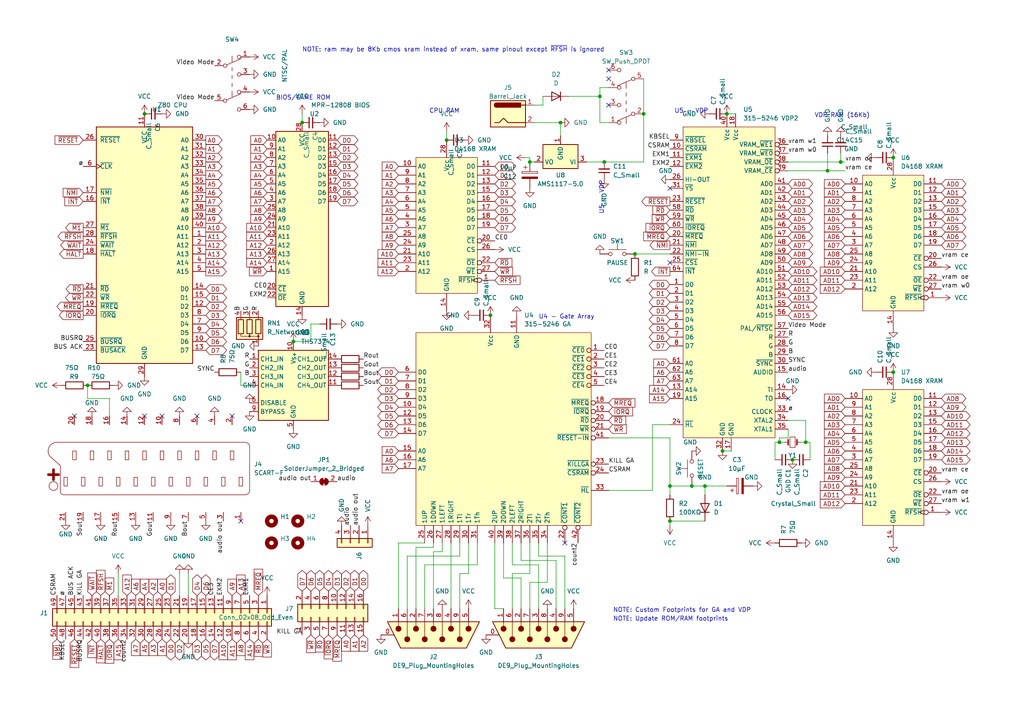
<source format=kicad_sch>
(kicad_sch (version 20230121) (generator eeschema)
  (paper "A4")
  (title_block (title "Master System II Replacement Motherboard") (rev "v0a"))
  (junction (at 226.06 128.27))
  (junction (at 87.63 35.56))
  (junction (at 85.09 99.06))
  (junction (at 243.84 46.99))
  (junction (at 210.82 33.02))
  (junction (at 186.69 33.02))
  (junction (at 194.31 140.97))
  (junction (at 25.4 111.76))
  (junction (at 194.31 151.13))
  (junction (at 142.24 91.44))
  (junction (at 184.15 73.66))
  (junction (at 175.26 46.99))
  (junction (at 240.03 49.53))
  (junction (at 204.47 140.97))
  (junction (at 173.99 27.94))
  (junction (at 229.87 133.35))
  (junction (at 129.54 40.64))
  (junction (at 41.91 33.02))
  (junction (at 233.68 128.27))
  (junction (at 153.67 46.99))
  (junction (at 209.55 130.81))
  (junction (at 200.66 140.97))
  (junction (at 259.08 107.95))
  (junction (at 259.08 45.72))
  (junction (at 162.56 35.56))
  (no_connect (at 228.6 115.57))
  (no_connect (at 41.91 120.65))
  (no_connect (at 194.31 76.2))
  (no_connect (at 176.53 30.48))
  (no_connect (at 46.99 120.65))
  (no_connect (at 176.53 20.32))
  (no_connect (at 57.15 120.65))
  (no_connect (at 194.31 54.61))
  (no_connect (at 21.59 120.65))
  (no_connect (at 69.85 151.13))
  (no_connect (at 67.31 120.65))
  (no_connect (at 163.83 157.48))
  (no_connect (at 176.53 22.86))
  (wire (pts (xy 148.59 166.37) (xy 153.67 166.37)))
  (wire (pts (xy 233.68 128.27) (xy 232.41 128.27)))
  (wire (pts (xy 143.51 176.53) (xy 143.51 157.48)))
  (wire (pts (xy 245.11 49.53) (xy 240.03 49.53)))
  (wire (pts (xy 156.21 163.83) (xy 148.59 163.83)))
  (wire (pts (xy 90.17 93.98) (xy 90.17 99.06)))
  (wire (pts (xy 138.43 163.83) (xy 138.43 157.48)))
  (wire (pts (xy 189.23 123.19) (xy 194.31 123.19)))
  (wire (pts (xy 176.53 35.56) (xy 173.99 35.56)))
  (wire (pts (xy 156.21 157.48) (xy 156.21 161.29)))
  (wire (pts (xy 92.71 93.98) (xy 90.17 93.98)))
  (wire (pts (xy 184.15 73.66) (xy 194.31 73.66)))
  (wire (pts (xy 128.27 160.02) (xy 125.73 160.02)))
  (wire (pts (xy 156.21 161.29) (xy 163.83 161.29)))
  (wire (pts (xy 151.13 162.56) (xy 161.29 162.56)))
  (wire (pts (xy 189.23 142.24) (xy 176.53 142.24)))
  (wire (pts (xy 154.94 30.48) (xy 157.48 30.48)))
  (wire (pts (xy 135.89 157.48) (xy 135.89 166.37)))
  (wire (pts (xy 25.4 111.76) (xy 25.4 115.57)))
  (wire (pts (xy 163.83 176.53) (xy 163.83 161.29)))
  (wire (pts (xy 148.59 176.53) (xy 148.59 166.37)))
  (wire (pts (xy 228.6 121.92) (xy 233.68 121.92)))
  (wire (pts (xy 189.23 123.19) (xy 189.23 142.24)))
  (wire (pts (xy 125.73 157.48) (xy 125.73 158.75)))
  (wire (pts (xy 200.66 140.97) (xy 204.47 140.97)))
  (wire (pts (xy 34.29 166.37) (xy 34.29 172.72)))
  (wire (pts (xy 133.35 161.29) (xy 133.35 157.48)))
  (wire (pts (xy 54.61 166.37) (xy 54.61 172.72)))
  (wire (pts (xy 125.73 160.02) (xy 125.73 176.53)))
  (wire (pts (xy 234.95 133.35) (xy 234.95 128.27)))
  (wire (pts (xy 194.31 152.4) (xy 194.31 151.13)))
  (wire (pts (xy 118.11 176.53) (xy 118.11 161.29)))
  (wire (pts (xy 243.84 44.45) (xy 243.84 46.99)))
  (wire (pts (xy 161.29 162.56) (xy 161.29 176.53)))
  (wire (pts (xy 118.11 161.29) (xy 133.35 161.29)))
  (wire (pts (xy 152.4 45.72) (xy 153.67 45.72)))
  (wire (pts (xy 128.27 157.48) (xy 128.27 160.02)))
  (wire (pts (xy 173.99 27.94) (xy 173.99 35.56)))
  (wire (pts (xy 240.03 44.45) (xy 240.03 49.53)))
  (wire (pts (xy 153.67 166.37) (xy 153.67 157.48)))
  (wire (pts (xy 146.05 176.53) (xy 143.51 176.53)))
  (wire (pts (xy 186.69 46.99) (xy 186.69 33.02)))
  (wire (pts (xy 226.06 128.27) (xy 227.33 128.27)))
  (wire (pts (xy 125.73 158.75) (xy 120.65 158.75)))
  (wire (pts (xy 162.56 35.56) (xy 162.56 39.37)))
  (wire (pts (xy 156.21 176.53) (xy 156.21 163.83)))
  (wire (pts (xy 176.53 127) (xy 194.31 127)))
  (wire (pts (xy 234.95 128.27) (xy 233.68 128.27)))
  (wire (pts (xy 135.89 166.37) (xy 133.35 166.37)))
  (wire (pts (xy 210.82 33.02) (xy 213.36 33.02)))
  (wire (pts (xy 224.79 128.27) (xy 226.06 128.27)))
  (wire (pts (xy 52.07 166.37) (xy 52.07 172.72)))
  (wire (pts (xy 173.99 25.4) (xy 173.99 27.94)))
  (wire (pts (xy 129.54 38.1) (xy 129.54 40.64)))
  (wire (pts (xy 133.35 166.37) (xy 133.35 176.53)))
  (wire (pts (xy 224.79 133.35) (xy 224.79 128.27)))
  (wire (pts (xy 31.75 115.57) (xy 25.4 115.57)))
  (wire (pts (xy 226.06 127) (xy 226.06 128.27)))
  (wire (pts (xy 194.31 151.13) (xy 204.47 151.13)))
  (wire (pts (xy 154.94 35.56) (xy 162.56 35.56)))
  (wire (pts (xy 209.55 130.81) (xy 212.09 130.81)))
  (wire (pts (xy 151.13 176.53) (xy 151.13 167.64)))
  (wire (pts (xy 233.68 121.92) (xy 233.68 128.27)))
  (wire (pts (xy 228.6 127) (xy 226.06 127)))
  (wire (pts (xy 151.13 167.64) (xy 146.05 167.64)))
  (wire (pts (xy 153.67 46.99) (xy 154.94 46.99)))
  (wire (pts (xy 69.85 111.76) (xy 72.39 111.76)))
  (wire (pts (xy 120.65 158.75) (xy 120.65 176.53)))
  (wire (pts (xy 240.03 49.53) (xy 228.6 49.53)))
  (wire (pts (xy 130.81 157.48) (xy 130.81 176.53)))
  (wire (pts (xy 194.31 127) (xy 194.31 140.97)))
  (wire (pts (xy 194.31 140.97) (xy 200.66 140.97)))
  (wire (pts (xy 176.53 25.4) (xy 173.99 25.4)))
  (wire (pts (xy 115.57 157.48) (xy 115.57 176.53)))
  (wire (pts (xy 90.17 99.06) (xy 85.09 99.06)))
  (wire (pts (xy 158.75 157.48) (xy 158.75 168.91)))
  (wire (pts (xy 151.13 157.48) (xy 151.13 162.56)))
  (wire (pts (xy 69.85 107.95) (xy 69.85 111.76)))
  (wire (pts (xy 170.18 46.99) (xy 175.26 46.99)))
  (wire (pts (xy 153.67 168.91) (xy 153.67 176.53)))
  (wire (pts (xy 165.1 27.94) (xy 173.99 27.94)))
  (wire (pts (xy 204.47 140.97) (xy 204.47 143.51)))
  (wire (pts (xy 123.19 176.53) (xy 123.19 163.83)))
  (wire (pts (xy 186.69 22.86) (xy 186.69 33.02)))
  (wire (pts (xy 158.75 168.91) (xy 153.67 168.91)))
  (wire (pts (xy 123.19 163.83) (xy 138.43 163.83)))
  (wire (pts (xy 153.67 45.72) (xy 153.67 46.99)))
  (wire (pts (xy 175.26 46.99) (xy 186.69 46.99)))
  (wire (pts (xy 194.31 143.51) (xy 194.31 140.97)))
  (wire (pts (xy 157.48 30.48) (xy 157.48 27.94)))
  (wire (pts (xy 148.59 163.83) (xy 148.59 157.48)))
  (wire (pts (xy 31.75 120.65) (xy 31.75 115.57)))
  (wire (pts (xy 87.63 33.02) (xy 87.63 35.56)))
  (wire (pts (xy 228.6 124.46) (xy 228.6 127)))
  (wire (pts (xy 123.19 157.48) (xy 115.57 157.48)))
  (wire (pts (xy 243.84 46.99) (xy 228.6 46.99)))
  (wire (pts (xy 245.11 46.99) (xy 243.84 46.99)))
  (wire (pts (xy 204.47 140.97) (xy 210.82 140.97)))
  (wire (pts (xy 146.05 167.64) (xy 146.05 157.48)))
  (text "U4 - Gate Array" (at 156.21 92.71 0) (effects (font (size 1.27 1.27)) (justify left bottom)))
  (text "BIOS/GAME ROM" (at 80.01 29.21 0) (effects (font (size 1.27 1.27)) (justify left bottom)))
  (text "VDP RAM (16Kb)" (at 236.22 34.29 0) (effects (font (size 1.27 1.27)) (justify left bottom)))
  (text "U5 - VDP" (at 175.26 62.23 90) (effects (font (size 1.27 1.27)) (justify left bottom)))
  (text "U5 - VDP" (at 195.58 33.02 0) (effects (font (size 1.27 1.27)) (justify left bottom)))
  (text "CPU RAM\n" (at 124.46 33.02 0) (effects (font (size 1.27 1.27)) (justify left bottom)))
  (text "NOTE: ram may be 8Kb cmos sram instead of xram, same pinout except ~{RFSH} is ignored" (at 87.63 15.24 0) (effects (font (size 1.27 1.27)) (justify left bottom)))
  (text "NOTE: Custom Footprints for GA and VDP" (at 177.8 177.8 0) (effects (font (size 1.27 1.27)) (justify left bottom)))
  (text "NOTE: Update ROM/RAM footprints" (at 177.8 180.34 0) (effects (font (size 1.27 1.27)) (justify left bottom)))
  (label "vram w0" (at 228.6 44.45 0))
  (label "vram w1" (at 273.05 146.05 0))
  (label "audio" (at 228.6 107.95 0))
  (label "SYNC" (at 228.6 105.41 0))
  (label "audio" (at 97.79 139.7 0))
  (label "vram ce" (at 273.05 137.16 0))
  (label "Video Mode" (at 62.23 29.21 180))
  (label "KILL GA" (at 24.13 172.72 90))
  (label "CE0" (at 77.47 83.82 180))
  (label "KBSEL" (at 194.31 40.64 180))
  (label "EXM1" (at 194.31 45.72 180))
  (label "vram ce" (at 245.11 49.53 0))
  (label "Gout" (at 105.41 106.68 0))
  (label "BUS ACK" (at 21.59 172.72 90))
  (label "audio out" (at 104.14 152.4 90))
  (label "CE0" (at 143.51 69.85 0))
  (label "EXM1" (at 72.39 172.72 90))
  (label "CE0" (at 175.26 101.6 0))
  (label "vram oe" (at 245.11 46.99 0))
  (label "ø" (at 24.13 48.26 180))
  (label "EXM2" (at 194.31 48.26 180))
  (label "CE3" (at 62.23 172.72 90))
  (label "vram ce" (at 273.05 74.93 0))
  (label "count2" (at 167.64 157.48 270))
  (label "Bout" (at 105.41 109.22 0))
  (label "EXM2" (at 64.77 172.72 90))
  (label "G" (at 72.39 90.17 90))
  (label "SYNC" (at 62.23 107.95 180))
  (label "vram w1" (at 228.6 41.91 0))
  (label "Rout" (at 34.29 151.13 270))
  (label "CE2" (at 175.26 106.68 0))
  (label "CE4" (at 175.26 111.76 0))
  (label "Sout" (at 105.41 111.76 0))
  (label "vram oe" (at 273.05 143.51 0))
  (label "BUS ACK" (at 24.13 101.6 180))
  (label "R" (at 72.39 104.14 180))
  (label "Video Mode" (at 228.6 95.25 0))
  (label "CSRAM" (at 194.31 43.18 180))
  (label "count2" (at 36.83 185.42 270))
  (label "G" (at 228.6 100.33 0))
  (label "CSRAM" (at 176.53 137.16 0))
  (label "KILL GA" (at 87.63 184.15 180))
  (label "B" (at 72.39 109.22 180))
  (label "ø" (at 228.6 119.38 0))
  (label "vram oe" (at 273.05 81.28 0))
  (label "audio" (at 101.6 152.4 90))
  (label "Gout" (at 44.45 151.13 270))
  (label "BUSRQ" (at 24.13 99.06 180))
  (label "Video Mode" (at 62.23 19.05 180))
  (label "R" (at 228.6 97.79 0))
  (label "CSRAM" (at 16.51 172.72 90))
  (label "KILL GA" (at 176.53 134.62 0))
  (label "Rout" (at 105.41 104.14 0))
  (label "G" (at 72.39 106.68 180))
  (label "Sout" (at 24.13 151.13 270))
  (label "audio out" (at 90.17 139.7 180))
  (label "B" (at 69.85 90.17 90))
  (label "BUSRQ" (at 24.13 185.42 270))
  (label "B" (at 228.6 102.87 0))
  (label "Bout" (at 54.61 151.13 270))
  (label "KBSEL" (at 19.05 185.42 270))
  (label "R" (at 74.93 90.17 90))
  (label "audio out" (at 64.77 151.13 270))
  (label "EXM2" (at 77.47 86.36 180))
  (label "vram w0" (at 273.05 83.82 0))
  (label "ø" (at 19.05 172.72 90))
  (label "CE3" (at 175.26 109.22 0))
  (label "CE1" (at 175.26 104.14 0))
  (global_label "A6" (shape output) (at 59.69 55.88 0) (property "Intersheetrefs" "${INTERSHEET_REFS}" (effects hide)))
  (global_label "D2" (shape bidirectional) (at 100.33 171.45 90) (property "Intersheetrefs" "${INTERSHEET_REFS}" (effects hide)))
  (global_label "D5" (shape bidirectional) (at 92.71 171.45 90) (property "Intersheetrefs" "${INTERSHEET_REFS}" (effects hide)))
  (global_label "AD11" (shape input) (at 245.11 81.28 180) (property "Intersheetrefs" "${INTERSHEET_REFS}" (effects hide)))
  (global_label "A12" (shape input) (at 115.57 78.74 180) (property "Intersheetrefs" "${INTERSHEET_REFS}" (effects hide)))
  (global_label "A14" (shape input) (at 72.39 185.42 270) (property "Intersheetrefs" "${INTERSHEET_REFS}" (effects hide)))
  (global_label "D1" (shape bidirectional) (at 59.69 86.36 0) (property "Intersheetrefs" "${INTERSHEET_REFS}" (effects hide)))
  (global_label "AD11" (shape input) (at 245.11 143.51 180) (property "Intersheetrefs" "${INTERSHEET_REFS}" (effects hide)))
  (global_label "A2" (shape input) (at 44.45 172.72 90) (property "Intersheetrefs" "${INTERSHEET_REFS}" (effects hide)))
  (global_label "A14" (shape output) (at 59.69 76.2 0) (property "Intersheetrefs" "${INTERSHEET_REFS}" (effects hide)))
  (global_label "AD12" (shape input) (at 245.11 83.82 180) (property "Intersheetrefs" "${INTERSHEET_REFS}" (effects hide)))
  (global_label "~{IORQ}" (shape input) (at 95.25 184.15 270) (property "Intersheetrefs" "${INTERSHEET_REFS}" (effects hide)))
  (global_label "~{HALT}" (shape input) (at 29.21 185.42 270) (property "Intersheetrefs" "${INTERSHEET_REFS}" (effects hide)))
  (global_label "AD10" (shape input) (at 245.11 78.74 180) (property "Intersheetrefs" "${INTERSHEET_REFS}" (effects hide)))
  (global_label "AD1" (shape bidirectional) (at 228.6 55.88 0) (property "Intersheetrefs" "${INTERSHEET_REFS}" (effects hide)))
  (global_label "A5" (shape input) (at 41.91 185.42 270) (property "Intersheetrefs" "${INTERSHEET_REFS}" (effects hide)))
  (global_label "A8" (shape input) (at 69.85 185.42 270) (property "Intersheetrefs" "${INTERSHEET_REFS}" (effects hide)))
  (global_label "D6" (shape bidirectional) (at 194.31 97.79 180) (property "Intersheetrefs" "${INTERSHEET_REFS}" (effects hide)))
  (global_label "AD0" (shape bidirectional) (at 273.05 53.34 0) (property "Intersheetrefs" "${INTERSHEET_REFS}" (effects hide)))
  (global_label "~{WR}" (shape input) (at 77.47 78.74 180) (property "Intersheetrefs" "${INTERSHEET_REFS}" (effects hide)))
  (global_label "A2" (shape input) (at 77.47 45.72 180) (property "Intersheetrefs" "${INTERSHEET_REFS}" (effects hide)))
  (global_label "D2" (shape bidirectional) (at 143.51 53.34 0) (property "Intersheetrefs" "${INTERSHEET_REFS}" (effects hide)))
  (global_label "D4" (shape bidirectional) (at 97.79 50.8 0) (property "Intersheetrefs" "${INTERSHEET_REFS}" (effects hide)))
  (global_label "A1" (shape input) (at 115.57 50.8 180) (property "Intersheetrefs" "${INTERSHEET_REFS}" (effects hide)))
  (global_label "~{RD}" (shape input) (at 194.31 60.96 180) (property "Intersheetrefs" "${INTERSHEET_REFS}" (effects hide)))
  (global_label "A0" (shape input) (at 46.99 172.72 90) (property "Intersheetrefs" "${INTERSHEET_REFS}" (effects hide)))
  (global_label "A5" (shape input) (at 77.47 53.34 180) (property "Intersheetrefs" "${INTERSHEET_REFS}" (effects hide)))
  (global_label "AD0" (shape input) (at 245.11 115.57 180) (property "Intersheetrefs" "${INTERSHEET_REFS}" (effects hide)))
  (global_label "~{RD}" (shape input) (at 92.71 184.15 270) (property "Intersheetrefs" "${INTERSHEET_REFS}" (effects hide)))
  (global_label "~{MREQ}" (shape input) (at 97.79 184.15 270) (property "Intersheetrefs" "${INTERSHEET_REFS}" (effects hide)))
  (global_label "D1" (shape bidirectional) (at 115.57 110.49 180) (property "Intersheetrefs" "${INTERSHEET_REFS}" (effects hide)))
  (global_label "D6" (shape bidirectional) (at 143.51 63.5 0) (property "Intersheetrefs" "${INTERSHEET_REFS}" (effects hide)))
  (global_label "A1" (shape input) (at 102.87 184.15 270) (property "Intersheetrefs" "${INTERSHEET_REFS}" (effects hide)))
  (global_label "AD14" (shape bidirectional) (at 273.05 130.81 0) (property "Intersheetrefs" "${INTERSHEET_REFS}" (effects hide)))
  (global_label "~{RESET}" (shape input) (at 24.13 40.64 180) (property "Intersheetrefs" "${INTERSHEET_REFS}" (effects hide)))
  (global_label "AD15" (shape bidirectional) (at 273.05 133.35 0) (property "Intersheetrefs" "${INTERSHEET_REFS}" (effects hide)))
  (global_label "AD8" (shape bidirectional) (at 273.05 115.57 0) (property "Intersheetrefs" "${INTERSHEET_REFS}" (effects hide)))
  (global_label "A9" (shape output) (at 59.69 63.5 0) (property "Intersheetrefs" "${INTERSHEET_REFS}" (effects hide)))
  (global_label "AD3" (shape bidirectional) (at 228.6 60.96 0) (property "Intersheetrefs" "${INTERSHEET_REFS}" (effects hide)))
  (global_label "A0" (shape input) (at 77.47 40.64 180) (property "Intersheetrefs" "${INTERSHEET_REFS}" (effects hide)))
  (global_label "~{INT}" (shape input) (at 26.67 185.42 270) (property "Intersheetrefs" "${INTERSHEET_REFS}" (effects hide)))
  (global_label "D3" (shape bidirectional) (at 97.79 48.26 0) (property "Intersheetrefs" "${INTERSHEET_REFS}" (effects hide)))
  (global_label "A3" (shape input) (at 77.47 48.26 180) (property "Intersheetrefs" "${INTERSHEET_REFS}" (effects hide)))
  (global_label "D4" (shape bidirectional) (at 95.25 171.45 90) (property "Intersheetrefs" "${INTERSHEET_REFS}" (effects hide)))
  (global_label "D4" (shape bidirectional) (at 115.57 118.11 180) (property "Intersheetrefs" "${INTERSHEET_REFS}" (effects hide)))
  (global_label "AD12" (shape bidirectional) (at 273.05 125.73 0) (property "Intersheetrefs" "${INTERSHEET_REFS}" (effects hide)))
  (global_label "A3" (shape output) (at 59.69 48.26 0) (property "Intersheetrefs" "${INTERSHEET_REFS}" (effects hide)))
  (global_label "~{MREQ}" (shape input) (at 74.93 172.72 90) (property "Intersheetrefs" "${INTERSHEET_REFS}" (effects hide)))
  (global_label "AD4" (shape bidirectional) (at 273.05 63.5 0) (property "Intersheetrefs" "${INTERSHEET_REFS}" (effects hide)))
  (global_label "AD12" (shape bidirectional) (at 228.6 83.82 0) (property "Intersheetrefs" "${INTERSHEET_REFS}" (effects hide)))
  (global_label "AD7" (shape input) (at 245.11 71.12 180) (property "Intersheetrefs" "${INTERSHEET_REFS}" (effects hide)))
  (global_label "AD11" (shape bidirectional) (at 228.6 81.28 0) (property "Intersheetrefs" "${INTERSHEET_REFS}" (effects hide)))
  (global_label "~{MREQ}" (shape input) (at 194.31 68.58 180) (property "Intersheetrefs" "${INTERSHEET_REFS}" (effects hide)))
  (global_label "D2" (shape bidirectional) (at 52.07 185.42 270) (property "Intersheetrefs" "${INTERSHEET_REFS}" (effects hide)))
  (global_label "D2" (shape bidirectional) (at 97.79 45.72 0) (property "Intersheetrefs" "${INTERSHEET_REFS}" (effects hide)))
  (global_label "AD6" (shape input) (at 245.11 68.58 180) (property "Intersheetrefs" "${INTERSHEET_REFS}" (effects hide)))
  (global_label "D7" (shape bidirectional) (at 62.23 185.42 270) (property "Intersheetrefs" "${INTERSHEET_REFS}" (effects hide)))
  (global_label "D0" (shape bidirectional) (at 59.69 83.82 0) (property "Intersheetrefs" "${INTERSHEET_REFS}" (effects hide)))
  (global_label "D7" (shape bidirectional) (at 59.69 101.6 0) (property "Intersheetrefs" "${INTERSHEET_REFS}" (effects hide)))
  (global_label "AD10" (shape bidirectional) (at 273.05 120.65 0) (property "Intersheetrefs" "${INTERSHEET_REFS}" (effects hide)))
  (global_label "A15" (shape input) (at 194.31 115.57 180) (property "Intersheetrefs" "${INTERSHEET_REFS}" (effects hide)))
  (global_label "~{INT}" (shape input) (at 24.13 58.42 180) (property "Intersheetrefs" "${INTERSHEET_REFS}" (effects hide)))
  (global_label "~{IORQ}" (shape input) (at 194.31 66.04 180) (property "Intersheetrefs" "${INTERSHEET_REFS}" (effects hide)))
  (global_label "A1" (shape input) (at 46.99 185.42 270) (property "Intersheetrefs" "${INTERSHEET_REFS}" (effects hide)))
  (global_label "A2" (shape input) (at 105.41 184.15 270) (property "Intersheetrefs" "${INTERSHEET_REFS}" (effects hide)))
  (global_label "D7" (shape bidirectional) (at 97.79 58.42 0) (property "Intersheetrefs" "${INTERSHEET_REFS}" (effects hide)))
  (global_label "AD5" (shape bidirectional) (at 273.05 66.04 0) (property "Intersheetrefs" "${INTERSHEET_REFS}" (effects hide)))
  (global_label "~{RESET}" (shape output) (at 194.31 58.42 180) (property "Intersheetrefs" "${INTERSHEET_REFS}" (effects hide)))
  (global_label "D0" (shape bidirectional) (at 143.51 48.26 0) (property "Intersheetrefs" "${INTERSHEET_REFS}" (effects hide)))
  (global_label "A8" (shape output) (at 59.69 60.96 0) (property "Intersheetrefs" "${INTERSHEET_REFS}" (effects hide)))
  (global_label "A7" (shape input) (at 115.57 135.89 180) (property "Intersheetrefs" "${INTERSHEET_REFS}" (effects hide)))
  (global_label "A9" (shape input) (at 115.57 71.12 180) (property "Intersheetrefs" "${INTERSHEET_REFS}" (effects hide)))
  (global_label "D1" (shape bidirectional) (at 49.53 172.72 90) (property "Intersheetrefs" "${INTERSHEET_REFS}" (effects hide)))
  (global_label "A13" (shape output) (at 59.69 73.66 0) (property "Intersheetrefs" "${INTERSHEET_REFS}" (effects hide)))
  (global_label "AD13" (shape bidirectional) (at 273.05 128.27 0) (property "Intersheetrefs" "${INTERSHEET_REFS}" (effects hide)))
  (global_label "D1" (shape bidirectional) (at 194.31 85.09 180) (property "Intersheetrefs" "${INTERSHEET_REFS}" (effects hide)))
  (global_label "A13" (shape input) (at 77.47 73.66 180) (property "Intersheetrefs" "${INTERSHEET_REFS}" (effects hide)))
  (global_label "A7" (shape input) (at 194.31 110.49 180) (property "Intersheetrefs" "${INTERSHEET_REFS}" (effects hide)))
  (global_label "AD1" (shape input) (at 245.11 118.11 180) (property "Intersheetrefs" "${INTERSHEET_REFS}" (effects hide)))
  (global_label "A4" (shape input) (at 115.57 58.42 180) (property "Intersheetrefs" "${INTERSHEET_REFS}" (effects hide)))
  (global_label "D0" (shape bidirectional) (at 105.41 171.45 90) (property "Intersheetrefs" "${INTERSHEET_REFS}" (effects hide)))
  (global_label "AD3" (shape input) (at 245.11 60.96 180) (property "Intersheetrefs" "${INTERSHEET_REFS}" (effects hide)))
  (global_label "A11" (shape output) (at 59.69 68.58 0) (property "Intersheetrefs" "${INTERSHEET_REFS}" (effects hide)))
  (global_label "D6" (shape bidirectional) (at 90.17 171.45 90) (property "Intersheetrefs" "${INTERSHEET_REFS}" (effects hide)))
  (global_label "~{WR}" (shape input) (at 143.51 78.74 0) (property "Intersheetrefs" "${INTERSHEET_REFS}" (effects hide)))
  (global_label "A0" (shape input) (at 100.33 184.15 270) (property "Intersheetrefs" "${INTERSHEET_REFS}" (effects hide)))
  (global_label "A3" (shape input) (at 115.57 55.88 180) (property "Intersheetrefs" "${INTERSHEET_REFS}" (effects hide)))
  (global_label "~{RD}" (shape input) (at 74.93 185.42 270) (property "Intersheetrefs" "${INTERSHEET_REFS}" (effects hide)))
  (global_label "A10" (shape input) (at 115.57 73.66 180) (property "Intersheetrefs" "${INTERSHEET_REFS}" (effects hide)))
  (global_label "AD4" (shape input) (at 245.11 63.5 180) (property "Intersheetrefs" "${INTERSHEET_REFS}" (effects hide)))
  (global_label "AD10" (shape input) (at 245.11 140.97 180) (property "Intersheetrefs" "${INTERSHEET_REFS}" (effects hide)))
  (global_label "A0" (shape input) (at 115.57 130.81 180) (property "Intersheetrefs" "${INTERSHEET_REFS}" (effects hide)))
  (global_label "~{RD}" (shape input) (at 176.53 121.92 0) (property "Intersheetrefs" "${INTERSHEET_REFS}" (effects hide)))
  (global_label "D5" (shape bidirectional) (at 115.57 120.65 180) (property "Intersheetrefs" "${INTERSHEET_REFS}" (effects hide)))
  (global_label "~{WAIT}" (shape input) (at 26.67 172.72 90) (property "Intersheetrefs" "${INTERSHEET_REFS}" (effects hide)))
  (global_label "AD7" (shape input) (at 245.11 133.35 180) (property "Intersheetrefs" "${INTERSHEET_REFS}" (effects hide)))
  (global_label "AD6" (shape input) (at 245.11 130.81 180) (property "Intersheetrefs" "${INTERSHEET_REFS}" (effects hide)))
  (global_label "A10" (shape input) (at 64.77 185.42 270) (property "Intersheetrefs" "${INTERSHEET_REFS}" (effects hide)))
  (global_label "D1" (shape bidirectional) (at 97.79 43.18 0) (property "Intersheetrefs" "${INTERSHEET_REFS}" (effects hide)))
  (global_label "D1" (shape bidirectional) (at 102.87 171.45 90) (property "Intersheetrefs" "${INTERSHEET_REFS}" (effects hide)))
  (global_label "D6" (shape bidirectional) (at 97.79 55.88 0) (property "Intersheetrefs" "${INTERSHEET_REFS}" (effects hide)))
  (global_label "~{WR}" (shape output) (at 24.13 86.36 180) (property "Intersheetrefs" "${INTERSHEET_REFS}" (effects hide)))
  (global_label "D3" (shape bidirectional) (at 194.31 90.17 180) (property "Intersheetrefs" "${INTERSHEET_REFS}" (effects hide)))
  (global_label "A14" (shape input) (at 194.31 113.03 180) (property "Intersheetrefs" "${INTERSHEET_REFS}" (effects hide)))
  (global_label "A10" (shape input) (at 77.47 66.04 180) (property "Intersheetrefs" "${INTERSHEET_REFS}" (effects hide)))
  (global_label "~{M1}" (shape input) (at 31.75 172.72 90) (property "Intersheetrefs" "${INTERSHEET_REFS}" (effects hide)))
  (global_label "D3" (shape bidirectional) (at 97.79 171.45 90) (property "Intersheetrefs" "${INTERSHEET_REFS}" (effects hide)))
  (global_label "D7" (shape bidirectional) (at 115.57 125.73 180) (property "Intersheetrefs" "${INTERSHEET_REFS}" (effects hide)))
  (global_label "AD15" (shape bidirectional) (at 228.6 91.44 0) (property "Intersheetrefs" "${INTERSHEET_REFS}" (effects hide)))
  (global_label "A0" (shape input) (at 115.57 48.26 180) (property "Intersheetrefs" "${INTERSHEET_REFS}" (effects hide)))
  (global_label "A7" (shape input) (at 115.57 66.04 180) (property "Intersheetrefs" "${INTERSHEET_REFS}" (effects hide)))
  (global_label "D0" (shape bidirectional) (at 97.79 40.64 0) (property "Intersheetrefs" "${INTERSHEET_REFS}" (effects hide)))
  (global_label "AD5" (shape input) (at 245.11 66.04 180) (property "Intersheetrefs" "${INTERSHEET_REFS}" (effects hide)))
  (global_label "A6" (shape input) (at 115.57 63.5 180) (property "Intersheetrefs" "${INTERSHEET_REFS}" (effects hide)))
  (global_label "~{RESET}" (shape input) (at 21.59 185.42 270) (property "Intersheetrefs" "${INTERSHEET_REFS}" (effects hide)))
  (global_label "~{RFSH}" (shape input) (at 143.51 81.28 0) (property "Intersheetrefs" "${INTERSHEET_REFS}" (effects hide)))
  (global_label "A1" (shape output) (at 59.69 43.18 0) (property "Intersheetrefs" "${INTERSHEET_REFS}" (effects hide)))
  (global_label "~{MREQ}" (shape input) (at 176.53 116.84 0) (property "Intersheetrefs" "${INTERSHEET_REFS}" (effects hide)))
  (global_label "AD3" (shape input) (at 245.11 123.19 180) (property "Intersheetrefs" "${INTERSHEET_REFS}" (effects hide)))
  (global_label "~{IORQ}" (shape input) (at 31.75 185.42 270) (property "Intersheetrefs" "${INTERSHEET_REFS}" (effects hide)))
  (global_label "D5" (shape bidirectional) (at 59.69 96.52 0) (property "Intersheetrefs" "${INTERSHEET_REFS}" (effects hide)))
  (global_label "A5" (shape output) (at 59.69 53.34 0) (property "Intersheetrefs" "${INTERSHEET_REFS}" (effects hide)))
  (global_label "A1" (shape input) (at 77.47 43.18 180) (property "Intersheetrefs" "${INTERSHEET_REFS}" (effects hide)))
  (global_label "A0" (shape output) (at 59.69 40.64 0) (property "Intersheetrefs" "${INTERSHEET_REFS}" (effects hide)))
  (global_label "AD12" (shape input) (at 245.11 146.05 180) (property "Intersheetrefs" "${INTERSHEET_REFS}" (effects hide)))
  (global_label "D7" (shape bidirectional) (at 87.63 171.45 90) (property "Intersheetrefs" "${INTERSHEET_REFS}" (effects hide)))
  (global_label "AD5" (shape input) (at 245.11 128.27 180) (property "Intersheetrefs" "${INTERSHEET_REFS}" (effects hide)))
  (global_label "D3" (shape bidirectional) (at 59.69 91.44 0) (property "Intersheetrefs" "${INTERSHEET_REFS}" (effects hide)))
  (global_label "A12" (shape output) (at 59.69 71.12 0) (property "Intersheetrefs" "${INTERSHEET_REFS}" (effects hide)))
  (global_label "AD2" (shape input) (at 245.11 58.42 180) (property "Intersheetrefs" "${INTERSHEET_REFS}" (effects hide)))
  (global_label "AD4" (shape bidirectional) (at 228.6 63.5 0) (property "Intersheetrefs" "${INTERSHEET_REFS}" (effects hide)))
  (global_label "A6" (shape input) (at 39.37 172.72 90) (property "Intersheetrefs" "${INTERSHEET_REFS}" (effects hide)))
  (global_label "AD8" (shape input) (at 245.11 135.89 180) (property "Intersheetrefs" "${INTERSHEET_REFS}" (effects hide)))
  (global_label "~{RFSH}" (shape output) (at 24.13 68.58 180) (property "Intersheetrefs" "${INTERSHEET_REFS}" (effects hide)))
  (global_label "~{M1}" (shape output) (at 24.13 66.04 180) (property "Intersheetrefs" "${INTERSHEET_REFS}" (effects hide)))
  (global_label "D3" (shape bidirectional) (at 143.51 55.88 0) (property "Intersheetrefs" "${INTERSHEET_REFS}" (effects hide)))
  (global_label "A4" (shape output) (at 59.69 50.8 0) (property "Intersheetrefs" "${INTERSHEET_REFS}" (effects hide)))
  (global_label "A12" (shape input) (at 36.83 172.72 90) (property "Intersheetrefs" "${INTERSHEET_REFS}" (effects hide)))
  (global_label "AD6" (shape bidirectional) (at 273.05 68.58 0) (property "Intersheetrefs" "${INTERSHEET_REFS}" (effects hide)))
  (global_label "~{MREQ}" (shape output) (at 24.13 88.9 180) (property "Intersheetrefs" "${INTERSHEET_REFS}" (effects hide)))
  (global_label "D4" (shape bidirectional) (at 194.31 92.71 180) (property "Intersheetrefs" "${INTERSHEET_REFS}" (effects hide)))
  (global_label "~{INT}" (shape output) (at 194.31 78.74 180) (property "Intersheetrefs" "${INTERSHEET_REFS}" (effects hide)))
  (global_label "D1" (shape bidirectional) (at 143.51 50.8 0) (property "Intersheetrefs" "${INTERSHEET_REFS}" (effects hide)))
  (global_label "A9" (shape input) (at 67.31 172.72 90) (property "Intersheetrefs" "${INTERSHEET_REFS}" (effects hide)))
  (global_label "~{IORQ}" (shape output) (at 24.13 91.44 180) (property "Intersheetrefs" "${INTERSHEET_REFS}" (effects hide)))
  (global_label "A7" (shape input) (at 39.37 185.42 270) (property "Intersheetrefs" "${INTERSHEET_REFS}" (effects hide)))
  (global_label "~{NMI}" (shape input) (at 24.13 55.88 180) (property "Intersheetrefs" "${INTERSHEET_REFS}" (effects hide)))
  (global_label "D5" (shape bidirectional) (at 194.31 95.25 180) (property "Intersheetrefs" "${INTERSHEET_REFS}" (effects hide)))
  (global_label "AD5" (shape bidirectional) (at 228.6 66.04 0) (property "Intersheetrefs" "${INTERSHEET_REFS}" (effects hide)))
  (global_label "A2" (shape output) (at 59.69 45.72 0) (property "Intersheetrefs" "${INTERSHEET_REFS}" (effects hide)))
  (global_label "D3" (shape bidirectional) (at 57.15 185.42 270) (property "Intersheetrefs" "${INTERSHEET_REFS}" (effects hide)))
  (global_label "~{WR}" (shape input) (at 194.31 63.5 180) (property "Intersheetrefs" "${INTERSHEET_REFS}" (effects hide)))
  (global_label "D6" (shape bidirectional) (at 115.57 123.19 180) (property "Intersheetrefs" "${INTERSHEET_REFS}" (effects hide)))
  (global_label "D4" (shape bidirectional) (at 143.51 58.42 0) (property "Intersheetrefs" "${INTERSHEET_REFS}" (effects hide)))
  (global_label "A13" (shape input) (at 69.85 172.72 90) (property "Intersheetrefs" "${INTERSHEET_REFS}" (effects hide)))
  (global_label "~{WR}" (shape input) (at 90.17 184.15 270) (property "Intersheetrefs" "${INTERSHEET_REFS}" (effects hide)))
  (global_label "AD11" (shape bidirectional) (at 273.05 123.19 0) (property "Intersheetrefs" "${INTERSHEET_REFS}" (effects hide)))
  (global_label "A15" (shape input) (at 34.29 185.42 270) (property "Intersheetrefs" "${INTERSHEET_REFS}" (effects hide)))
  (global_label "AD2" (shape bidirectional) (at 228.6 58.42 0) (property "Intersheetrefs" "${INTERSHEET_REFS}" (effects hide)))
  (global_label "~{RD}" (shape input) (at 143.51 76.2 0) (property "Intersheetrefs" "${INTERSHEET_REFS}" (effects hide)))
  (global_label "D5" (shape bidirectional) (at 59.69 185.42 270) (property "Intersheetrefs" "${INTERSHEET_REFS}" (effects hide)))
  (global_label "D4" (shape bidirectional) (at 57.15 172.72 90) (property "Intersheetrefs" "${INTERSHEET_REFS}" (effects hide)))
  (global_label "~{IORQ}" (shape input) (at 176.53 119.38 0) (property "Intersheetrefs" "${INTERSHEET_REFS}" (effects hide)))
  (global_label "D6" (shape bidirectional) (at 59.69 172.72 90) (property "Intersheetrefs" "${INTERSHEET_REFS}" (effects hide)))
  (global_label "AD7" (shape bidirectional) (at 273.05 71.12 0) (property "Intersheetrefs" "${INTERSHEET_REFS}" (effects hide)))
  (global_label "~{WAIT}" (shape output) (at 24.13 71.12 180) (property "Intersheetrefs" "${INTERSHEET_REFS}" (effects hide)))
  (global_label "D3" (shape bidirectional) (at 115.57 115.57 180) (property "Intersheetrefs" "${INTERSHEET_REFS}" (effects hide)))
  (global_label "A6" (shape input) (at 77.47 55.88 180) (property "Intersheetrefs" "${INTERSHEET_REFS}" (effects hide)))
  (global_label "A15" (shape output) (at 59.69 78.74 0) (property "Intersheetrefs" "${INTERSHEET_REFS}" (effects hide)))
  (global_label "D6" (shape bidirectional) (at 59.69 99.06 0) (property "Intersheetrefs" "${INTERSHEET_REFS}" (effects hide)))
  (global_label "~{RFSH}" (shape input) (at 29.21 172.72 90) (property "Intersheetrefs" "${INTERSHEET_REFS}" (effects hide)))
  (global_label "AD9" (shape bidirectional) (at 228.6 76.2 0) (property "Intersheetrefs" "${INTERSHEET_REFS}" (effects hide)))
  (global_label "D4" (shape bidirectional) (at 59.69 93.98 0) (property "Intersheetrefs" "${INTERSHEET_REFS}" (effects hide)))
  (global_label "D2" (shape bidirectional) (at 115.57 113.03 180) (property "Intersheetrefs" "${INTERSHEET_REFS}" (effects hide)))
  (global_label "AD2" (shape bidirectional) (at 273.05 58.42 0) (property "Intersheetrefs" "${INTERSHEET_REFS}" (effects hide)))
  (global_label "AD3" (shape bidirectional) (at 273.05 60.96 0) (property "Intersheetrefs" "${INTERSHEET_REFS}" (effects hide)))
  (global_label "A8" (shape input) (at 115.57 68.58 180) (property "Intersheetrefs" "${INTERSHEET_REFS}" (effects hide)))
  (global_label "AD10" (shape bidirectional) (at 228.6 78.74 0) (property "Intersheetrefs" "${INTERSHEET_REFS}" (effects hide)))
  (global_label "AD0" (shape input) (at 245.11 53.34 180) (property "Intersheetrefs" "${INTERSHEET_REFS}" (effects hide)))
  (global_label "~{WR}" (shape input) (at 77.47 185.42 270) (property "Intersheetrefs" "${INTERSHEET_REFS}" (effects hide)))
  (global_label "~{NMI}" (shape input) (at 16.51 185.42 270) (property "Intersheetrefs" "${INTERSHEET_REFS}" (effects hide)))
  (global_label "AD1" (shape input) (at 245.11 55.88 180) (property "Intersheetrefs" "${INTERSHEET_REFS}" (effects hide)))
  (global_label "D7" (shape bidirectional) (at 194.31 100.33 180) (property "Intersheetrefs" "${INTERSHEET_REFS}" (effects hide)))
  (global_label "AD9" (shape input) (at 245.11 76.2 180) (property "Intersheetrefs" "${INTERSHEET_REFS}" (effects hide)))
  (global_label "AD1" (shape bidirectional) (at 273.05 55.88 0) (property "Intersheetrefs" "${INTERSHEET_REFS}" (effects hide)))
  (global_label "A3" (shape input) (at 44.45 185.42 270) (property "Intersheetrefs" "${INTERSHEET_REFS}" (effects hide)))
  (global_label "A6" (shape input) (at 194.31 107.95 180) (property "Intersheetrefs" "${INTERSHEET_REFS}" (effects hide)))
  (global_label "~{RD}" (shape output) (at 24.13 83.82 180) (property "Intersheetrefs" "${INTERSHEET_REFS}" (effects hide)))
  (global_label "A11" (shape input) (at 77.47 68.58 180) (property "Intersheetrefs" "${INTERSHEET_REFS}" (effects hide)))
  (global_label "AD13" (shape bidirectional) (at 228.6 86.36 0) (property "Intersheetrefs" "${INTERSHEET_REFS}" (effects hide)))
  (global_label "A2" (shape input) (at 115.57 53.34 180) (property "Intersheetrefs" "${INTERSHEET_REFS}" (effects hide)))
  (global_label "A8" (shape input) (at 77.47 60.96 180) (property "Intersheetrefs" "${INTERSHEET_REFS}" (effects hide)))
  (global_label "AD4" (shape input) (at 245.11 125.73 180) (property "Intersheetrefs" "${INTERSHEET_REFS}" (effects hide)))
  (global_label "A12" (shape input) (at 77.47 71.12 180) (property "Intersheetrefs" "${INTERSHEET_REFS}" (effects hide)))
  (global_label "A7" (shape output) (at 59.69 58.42 0) (property "Intersheetrefs" "${INTERSHEET_REFS}" (effects hide)))
  (global_label "D5" (shape bidirectional) (at 97.79 53.34 0) (property "Intersheetrefs" "${INTERSHEET_REFS}" (effects hide)))
  (global_label "AD6" (shape bidirectional) (at 228.6 68.58 0) (property "Intersheetrefs" "${INTERSHEET_REFS}" (effects hide)))
  (global_label "A7" (shape input) (at 77.47 58.42 180) (property "Intersheetrefs" "${INTERSHEET_REFS}" (effects hide)))
  (global_label "AD9" (shape input) (at 245.11 138.43 180) (property "Intersheetrefs" "${INTERSHEET_REFS}" (effects hide)))
  (global_label "D0" (shape bidirectional) (at 115.57 107.95 180) (property "Intersheetrefs" "${INTERSHEET_REFS}" (effects hide)))
  (global_label "A4" (shape input) (at 41.91 172.72 90) (property "Intersheetrefs" "${INTERSHEET_REFS}" (effects hide)))
  (global_label "AD14" (shape bidirectional) (at 228.6 88.9 0) (property "Intersheetrefs" "${INTERSHEET_REFS}" (effects hide)))
  (global_label "A11" (shape input) (at 115.57 76.2 180) (property "Intersheetrefs" "${INTERSHEET_REFS}" (effects hide)))
  (global_label "D0" (shape bidirectional) (at 194.31 82.55 180) (property "Intersheetrefs" "${INTERSHEET_REFS}" (effects hide)))
  (global_label "A5" (shape input) (at 115.57 60.96 180) (property "Intersheetrefs" "${INTERSHEET_REFS}" (effects hide)))
  (global_label "~{HALT}" (shape output) (at 24.13 73.66 180) (property "Intersheetrefs" "${INTERSHEET_REFS}" (effects hide)))
  (global_label "~{NMI}" (shape output) (at 194.31 71.12 180) (property "Intersheetrefs" "${INTERSHEET_REFS}" (effects hide)))
  (global_label "D2" (shape bidirectional) (at 59.69 88.9 0) (property "Intersheetrefs" "${INTERSHEET_REFS}" (effects hide)))
  (global_label "AD9" (shape bidirectional) (at 273.05 118.11 0) (property "Intersheetrefs" "${INTERSHEET_REFS}" (effects hide)))
  (global_label "A11" (shape input) (at 67.31 185.42 270) (property "Intersheetrefs" "${INTERSHEET_REFS}" (effects hide)))
  (global_label "A6" (shape input) (at 115.57 133.35 180) (property "Intersheetrefs" "${INTERSHEET_REFS}" (effects hide)))
  (global_label "A4" (shape input) (at 77.47 50.8 180) (property "Intersheetrefs" "${INTERSHEET_REFS}" (effects hide)))
  (global_label "A0" (shape input) (at 194.31 105.41 180) (property "Intersheetrefs" "${INTERSHEET_REFS}" (effects hide)))
  (global_label "D7" (shape bidirectional) (at 143.51 66.04 0) (property "Intersheetrefs" "${INTERSHEET_REFS}" (effects hide)))
  (global_label "D0" (shape bidirectional) (at 49.53 185.42 270) (property "Intersheetrefs" "${INTERSHEET_REFS}" (effects hide)))
  (global_label "A10" (shape output) (at 59.69 66.04 0) (property "Intersheetrefs" "${INTERSHEET_REFS}" (effects hide)))
  (global_label "AD2" (shape input) (at 245.11 120.65 180) (property "Intersheetrefs" "${INTERSHEET_REFS}" (effects hide)))
  (global_label "~{WR}" (shape input) (at 176.53 124.46 0) (property "Intersheetrefs" "${INTERSHEET_REFS}" (effects hide)))
  (global_label "D5" (shape bidirectional) (at 143.51 60.96 0) (property "Intersheetrefs" "${INTERSHEET_REFS}" (effects hide)))
  (global_label "AD0" (shape bidirectional) (at 228.6 53.34 0) (property "Intersheetrefs" "${INTERSHEET_REFS}" (effects hide)))
  (global_label "D2" (shape bidirectional) (at 194.31 87.63 180) (property "Intersheetrefs" "${INTERSHEET_REFS}" (effects hide)))
  (global_label "AD7" (shape bidirectional) (at 228.6 71.12 0) (property "Intersheetrefs" "${INTERSHEET_REFS}" (effects hide)))
  (global_label "AD8" (shape bidirectional) (at 228.6 73.66 0) (property "Intersheetrefs" "${INTERSHEET_REFS}" (effects hide)))
  (global_label "A14" (shape input) (at 77.47 76.2 180) (property "Intersheetrefs" "${INTERSHEET_REFS}" (effects hide)))
  (global_label "AD8" (shape input) (at 245.11 73.66 180) (property "Intersheetrefs" "${INTERSHEET_REFS}" (effects hide)))
  (global_label "A9" (shape input) (at 77.47 63.5 180) (property "Intersheetrefs" "${INTERSHEET_REFS}" (effects hide)))
  (symbol (lib_id "power:GND") (at 254 107.95 270) (unit 1)
    (property "Reference" "#PWR055" (effects hide))
    (property "Value" "GND" (at 250.19 107.95 90) (effects (justify right)))
  )
  (symbol (lib_id "Device:C_Small") (at 208.28 33.02 270) (unit 1)
    (property "Reference" "C7" (at 207.0036 30.48 0) (effects (justify right)))
    (property "Value" "C_Small" (at 209.5436 30.48 0) (effects (justify right)))
    (property "Footprint" "Capacitor_SMD:C_1206_3216Metric" (effects hide))
  )
  (symbol (lib_id "power:GND") (at 59.69 151.13 0) (unit 1)
    (property "Reference" "#PWR063" (effects hide))
    (property "Value" "GND" (at 59.69 156.21 0))
  )
  (symbol (lib_id "Device:R") (at 228.6 157.48 90) (unit 1)
    (property "Reference" "R7" (at 227.33 154.94 0) (effects (justify left)))
    (property "Value" "75Ω" (at 229.87 154.94 0) (effects (justify left)))
    (property "Footprint" "PCM_Resistor_THT_AKL:R_Axial_DIN0204_L3.6mm_D1.6mm_P1.90mm_Vertical" (effects hide))
  )
  (symbol (lib_id "power:VCC") (at 194.31 152.4 180) (unit 1)
    (property "Reference" "#PWR028" (effects hide))
    (property "Value" "VCC" (at 194.31 157.48 0))
  )
  (symbol (lib_id "power:GND") (at 62.23 120.65 180) (unit 1)
    (property "Reference" "#PWR062" (effects hide))
    (property "Value" "GND" (at 62.23 115.57 0))
  )
  (symbol (lib_id "Device:R") (at 21.59 111.76 90) (unit 1)
    (property "Reference" "R9" (at 22.86 109.22 90) (effects (justify left)))
    (property "Value" "75Ω" (at 22.86 106.68 90) (effects (justify left)))
    (property "Footprint" "PCM_Resistor_THT_AKL:R_Axial_DIN0204_L3.6mm_D1.6mm_P1.90mm_Vertical" (effects hide))
  )
  (symbol (lib_id "power:GND") (at 41.91 109.22 0) (unit 1)
    (property "Reference" "#PWR010" (effects hide))
    (property "Value" "GND" (at 41.91 114.3 0))
  )
  (symbol (lib_id "power:GND") (at 205.74 33.02 270) (unit 1)
    (property "Reference" "#PWR053" (effects hide))
    (property "Value" "GND" (at 201.93 33.02 90) (effects (justify right)))
  )
  (symbol (lib_id "Smal:D4168") (at 250.19 90.17 0) (unit 1)
    (property "Reference" "U6" (at 261.2741 45.72 0) (effects (justify left)))
    (property "Value" "D4168 XRAM" (at 261.2741 48.26 0) (effects (justify left)))
    (property "Footprint" "PCM_Package_DIP_AKL:DIP-28_W15.24mm_Socket" (effects hide))
  )
  (symbol (lib_id "power:VCC") (at 143.51 72.39 270) (unit 1)
    (property "Reference" "#PWR012" (effects hide))
    (property "Value" "VCC" (at 147.32 72.39 90) (effects (justify left)))
  )
  (symbol (lib_id "Smal:SMS_VDP2") (at 208.28 139.7 0) (unit 1)
    (property "Reference" "U5" (at 215.5541 31.75 0) (effects (justify left)))
    (property "Value" "315-5246 VDP2" (at 215.5541 34.29 0) (effects (justify left)))
    (property "Footprint" "Smal:QIP-64_W22.86mm_Socket" (effects hide))
  )
  (symbol (lib_id "power:GND") (at 72.39 31.75 90) (unit 1)
    (property "Reference" "#PWR043" (effects hide))
    (property "Value" "GND" (at 76.2 31.75 90) (effects (justify right)))
  )
  (symbol (lib_id "Smal:D4168") (at 250.19 152.4 0) (unit 1)
    (property "Reference" "U7" (at 261.2741 107.95 0) (effects (justify left)))
    (property "Value" "D4168 XRAM" (at 261.2741 110.49 0) (effects (justify left)))
    (property "Footprint" "PCM_Package_DIP_AKL:DIP-28_W15.24mm_Socket" (effects hide))
  )
  (symbol (lib_id "Mechanical:MountingHole") (at 86.36 157.48 0) (unit 1)
    (property "Reference" "H4" (at 88.9 156.21 0) (effects (justify left)))
    (property "Value" "MountingHole" (effects hide))
    (property "Footprint" "MountingHole:MountingHole_3.2mm_M3_DIN965" (effects hide))
  )
  (symbol (lib_id "Smal:D4168") (at 120.65 85.09 0) (unit 1)
    (property "Reference" "U3" (at 131.7341 40.64 0) (effects (justify left)))
    (property "Value" "D4168 XRAM" (at 131.7341 43.18 0) (effects (justify left)))
    (property "Footprint" "PCM_Package_DIP_AKL:DIP-28_W15.24mm_Socket" (effects hide))
  )
  (symbol (lib_id "Device:C_Small") (at 243.84 41.91 180) (unit 1)
    (property "Reference" "C15" (at 246.38 40.6336 0) (effects (justify right)))
    (property "Value" "C_Small" (at 245.11 38.1 0) (effects (justify right)))
    (property "Footprint" "Capacitor_SMD:C_1206_3216Metric" (effects hide))
  )
  (symbol (lib_id "Connector_Generic:Conn_01x04") (at 104.14 157.48 270) (unit 1)
    (property "Reference" "J6" (at 104.14 160.02 0) (effects (justify left)))
    (property "Value" "Conn_01x04" (effects hide))
    (property "Footprint" "Connector_PinHeader_1.27mm:PinHeader_1x04_P1.27mm_Vertical_SMD_Pin1Left" (effects hide))
  )
  (symbol (lib_id "power:GND") (at 52.07 166.37 180) (unit 1)
    (property "Reference" "#PWR036" (effects hide))
    (property "Value" "GND" (at 52.07 161.29 0))
  )
  (symbol (lib_id "power:GND") (at 128.27 176.53 180) (unit 1)
    (property "Reference" "#PWR019" (effects hide))
    (property "Value" "GND" (at 128.27 171.45 0))
  )
  (symbol (lib_id "power:VCC") (at 135.89 176.53 0) (unit 1)
    (property "Reference" "#PWR016" (effects hide))
    (property "Value" "VCC" (at 135.89 171.45 0))
  )
  (symbol (lib_id "Device:C_Small") (at 240.03 41.91 180) (unit 1)
    (property "Reference" "C14" (at 242.57 40.6336 0) (effects (justify right)))
    (property "Value" "C_Small" (at 243.84 36.83 0) (effects (justify right)))
    (property "Footprint" "Capacitor_SMD:C_1206_3216Metric" (effects hide))
  )
  (symbol (lib_id "Mechanical:MountingHole") (at 86.36 151.13 0) (unit 1)
    (property "Reference" "H2" (at 88.9 149.86 0) (effects (justify left)))
    (property "Value" "MountingHole" (effects hide))
    (property "Footprint" "MountingHole:MountingHole_3.2mm_M3_DIN965" (effects hide))
  )
  (symbol (lib_id "Device:R") (at 66.04 107.95 90) (unit 1)
    (property "Reference" "R8" (at 64.77 105.41 0) (effects (justify left)))
    (property "Value" "75Ω" (at 67.31 105.41 0) (effects (justify left)))
    (property "Footprint" "PCM_Resistor_THT_AKL:R_Axial_DIN0204_L3.6mm_D1.6mm_P1.90mm_Vertical" (effects hide))
  )
  (symbol (lib_id "power:VCC") (at 273.05 148.59 270) (unit 1)
    (property "Reference" "#PWR022" (effects hide))
    (property "Value" "VCC" (at 276.86 148.59 90) (effects (justify left)))
  )
  (symbol (lib_id "power:GND") (at 137.16 91.44 270) (unit 1)
    (property "Reference" "#PWR052" (effects hide))
    (property "Value" "GND" (at 133.35 91.44 90) (effects (justify right)))
  )
  (symbol (lib_id "power:GND") (at 39.37 151.13 0) (unit 1)
    (property "Reference" "#PWR065" (effects hide))
    (property "Value" "GND" (at 39.37 156.21 0))
  )
  (symbol (lib_id "power:VCC") (at 77.47 172.72 0) (unit 1)
    (property "Reference" "#PWR033" (effects hide))
    (property "Value" "VCC" (at 77.47 167.64 0))
  )
  (symbol (lib_id "power:VCC") (at 72.39 26.67 270) (unit 1)
    (property "Reference" "#PWR042" (effects hide))
    (property "Value" "VCC" (at 76.2 26.67 90) (effects (justify left)))
  )
  (symbol (lib_id "power:GND") (at 87.63 91.44 0) (unit 1)
    (property "Reference" "#PWR09" (effects hide))
    (property "Value" "GND" (at 87.63 96.52 0))
  )
  (symbol (lib_id "Connector:SCART-F") (at 44.45 135.89 90) (unit 1)
    (property "Reference" "J4" (at 73.66 134.62 90) (effects (justify right)))
    (property "Value" "SCART-F" (at 73.66 137.16 90) (effects (justify right)))
    (property "Footprint" "Video:SCART" (effects hide))
    (property "Datasheet" " ~" (effects hide))
  )
  (symbol (lib_id "Device:R") (at 101.6 109.22 90) (unit 1)
    (property "Reference" "R4" (effects hide))
    (property "Value" "75Ω" (effects hide))
    (property "Footprint" "PCM_Resistor_THT_AKL:R_Axial_DIN0204_L3.6mm_D1.6mm_P1.90mm_Vertical" (effects hide))
  )
  (symbol (lib_id "power:GND") (at 243.84 39.37 180) (unit 1)
    (property "Reference" "#PWR076" (effects hide))
    (property "Value" "GND" (at 243.84 35.56 90) (effects (justify right)))
  )
  (symbol (lib_id "power:VCC") (at 34.29 166.37 0) (unit 1)
    (property "Reference" "#PWR037" (effects hide))
    (property "Value" "VCC" (at 34.29 161.29 0))
  )
  (symbol (lib_id "power:VCC") (at 259.08 45.72 0) (unit 1)
    (property "Reference" "#PWR04" (effects hide))
    (property "Value" "VCC" (at 259.08 40.64 0))
  )
  (symbol (lib_id "power:VCC") (at 166.37 176.53 0) (unit 1)
    (property "Reference" "#PWR017" (effects hide))
    (property "Value" "VCC" (at 166.37 171.45 0))
  )
  (symbol (lib_id "power:VCC") (at 85.09 99.06 0) (unit 1)
    (property "Reference" "#PWR040" (effects hide))
    (property "Value" "VCC" (at 85.09 93.98 0))
  )
  (symbol (lib_id "Device:C_Small") (at 132.08 40.64 90) (unit 1)
    (property "Reference" "C5" (at 133.3564 43.18 0) (effects (justify right)))
    (property "Value" "C_Small" (at 130.8164 43.18 0) (effects (justify right)))
    (property "Footprint" "Capacitor_SMD:C_1206_3216Metric" (effects hide))
  )
  (symbol (lib_id "power:GND") (at 218.44 140.97 90) (unit 1)
    (property "Reference" "#PWR029" (effects hide))
    (property "Value" "GND" (at 215.9 138.43 90) (effects (justify right)))
  )
  (symbol (lib_id "Regulator_Linear:AMS1117-5.0") (at 162.56 46.99 180) (unit 1)
    (property "Reference" "U8" (at 162.56 50.8 0))
    (property "Value" "AMS1117-5.0" (at 162.56 53.34 0))
    (property "Footprint" "Package_TO_SOT_SMD:SOT-223-3_TabPin2" (effects hide))
    (property "Datasheet" "http://www.advanced-monolithic.com/pdf/ds1117.pdf" (effects hide))
  )
  (symbol (lib_id "power:GND") (at 74.93 100.33 270) (unit 1)
    (property "Reference" "#PWR060" (effects hide))
    (property "Value" "GND" (at 71.12 100.33 90) (effects (justify right)))
  )
  (symbol (lib_id "power:VCC") (at 41.91 33.02 0) (unit 1)
    (property "Reference" "#PWR01" (effects hide))
    (property "Value" "VCC" (at 41.91 27.94 0))
  )
  (symbol (lib_id "power:VCC") (at 184.15 81.28 90) (unit 1)
    (property "Reference" "#PWR026" (effects hide))
    (property "Value" "VCC" (at 180.34 81.28 90) (effects (justify left)))
  )
  (symbol (lib_id "power:GND") (at 33.02 111.76 90) (unit 1)
    (property "Reference" "#PWR069" (effects hide))
    (property "Value" "GND" (at 36.83 111.76 90) (effects (justify right)))
  )
  (symbol (lib_id "Device:C_Small") (at 175.26 49.53 180) (unit 1)
    (property "Reference" "C11" (at 177.8 48.2536 0) (effects (justify right)))
    (property "Value" "C_Small" (at 177.8 50.7936 0) (effects (justify right)))
    (property "Footprint" "Capacitor_THT:C_Disc_D3.0mm_W1.6mm_P2.50mm" (effects hide))
  )
  (symbol (lib_id "Switch:SW_Push_DPDT") (at 67.31 24.13 0) (unit 1)
    (property "Reference" "SW4" (at 67.31 11.43 0))
    (property "Value" "NTSC/PAL" (at 82.55 19.05 90))
    (property "Footprint" "Button_Switch_THT:SW_CuK_JS202011AQN_DPDT_Angled" (effects hide))
  )
  (symbol (lib_id "power:VCC") (at 142.24 91.44 0) (unit 1)
    (property "Reference" "#PWR011" (effects hide))
    (property "Value" "VCC" (at 142.24 86.36 0))
  )
  (symbol (lib_id "Device:C_Small") (at 95.25 93.98 90) (unit 1)
    (property "Reference" "C13" (at 96.5264 96.52 0) (effects (justify right)))
    (property "Value" "C_Small" (at 93.9864 96.52 0) (effects (justify right)))
    (property "Footprint" "Capacitor_SMD:C_1206_3216Metric" (effects hide))
  )
  (symbol (lib_id "power:GND") (at 46.99 33.02 90) (unit 1)
    (property "Reference" "#PWR051" (effects hide))
    (property "Value" "GND" (at 50.8 33.02 90) (effects (justify right)))
  )
  (symbol (lib_id "power:GND") (at 110.49 184.15 0) (unit 1)
    (property "Reference" "#PWR015" (effects hide))
    (property "Value" "GND" (at 110.49 189.23 0))
  )
  (symbol (lib_id "power:GND") (at 129.54 90.17 0) (unit 1)
    (property "Reference" "#PWR08" (effects hide))
    (property "Value" "GND" (at 129.54 95.25 0))
  )
  (symbol (lib_id "Device:C_Small") (at 90.17 35.56 90) (unit 1)
    (property "Reference" "C4" (at 91.4464 38.1 0) (effects (justify right)))
    (property "Value" "C_Small" (at 88.9064 38.1 0) (effects (justify right)))
    (property "Footprint" "Capacitor_SMD:C_1206_3216Metric" (effects hide))
  )
  (symbol (lib_id "power:GND") (at 228.6 113.03 90) (unit 1)
    (property "Reference" "#PWR031" (effects hide))
    (property "Value" "GND" (at 229.87 110.49 90))
  )
  (symbol (lib_id "power:VCC") (at 273.05 77.47 270) (unit 1)
    (property "Reference" "#PWR024" (effects hide))
    (property "Value" "VCC" (at 276.86 77.47 90) (effects (justify left)))
  )
  (symbol (lib_id "Mechanical:MountingHole") (at 78.74 157.48 0) (unit 1)
    (property "Reference" "H3" (at 81.28 156.21 0) (effects (justify left)))
    (property "Value" "MountingHole" (effects hide))
    (property "Footprint" "MountingHole:MountingHole_3.2mm_M3_DIN965" (effects hide))
  )
  (symbol (lib_id "CPU:Z80CPU") (at 41.91 71.12 0) (unit 1)
    (property "Reference" "U1" (at 44.1041 31.75 0) (effects (justify left)))
    (property "Value" "Z80 CPU" (at 45.72 30.48 0) (effects (justify left)))
    (property "Footprint" "PCM_Package_DIP_AKL:DIP-40_W15.24mm_Socket" (effects hide))
    (property "Datasheet" "www.zilog.com/manage_directlink.php?filepath=docs/z80/um0080" (effects hide))
  )
  (symbol (lib_id "power:GND") (at 162.56 35.56 90) (unit 1)
    (property "Reference" "#PWR059" (effects hide))
    (property "Value" "GND" (at 166.37 35.56 90) (effects (justify right)))
  )
  (symbol (lib_id "Smal:SMS GateArray") (at 116.84 162.56 0) (unit 1)
    (property "Reference" "U4" (at 152.0541 91.44 0) (effects (justify left)))
    (property "Value" "315-5246 GA" (at 152.0541 93.98 0) (effects (justify left)))
    (property "Footprint" "Smal:SDIP-42" (effects hide))
  )
  (symbol (lib_id "Connector_Generic:Conn_02x25_Odd_Even") (at 46.99 177.8 270) (unit 1)
    (property "Reference" "J1" (at 13.97 177.8 90) (effects (justify right)))
    (property "Value" "Conn_02x25_Odd_Even" (effects hide))
    (property "Footprint" "Smal:PinHeader_2x25_P2.54mm_Vertical" (effects hide))
  )
  (symbol (lib_id "Device:C_Small") (at 232.41 133.35 90) (unit 1)
    (property "Reference" "C2" (at 233.6864 135.89 0) (effects (justify right)))
    (property "Value" "C_Small" (at 231.1464 135.89 0) (effects (justify right)))
    (property "Footprint" "Capacitor_THT:C_Disc_D3.0mm_W1.6mm_P2.50mm" (effects hide))
  )
  (symbol (lib_id "power:VCC") (at 87.63 33.02 0) (unit 1)
    (property "Reference" "#PWR02" (effects hide))
    (property "Value" "VCC" (at 87.63 27.94 0))
  )
  (symbol (lib_id "power:GND") (at 26.67 120.65 180) (unit 1)
    (property "Reference" "#PWR071" (effects hide))
    (property "Value" "GND" (at 26.67 116.84 0))
  )
  (symbol (lib_id "power:GND") (at 36.83 120.65 180) (unit 1)
    (property "Reference" "#PWR068" (effects hide))
    (property "Value" "GND" (at 36.83 115.57 0))
  )
  (symbol (lib_id "power:VCC") (at 224.79 157.48 90) (unit 1)
    (property "Reference" "#PWR048" (effects hide))
    (property "Value" "VCC" (at 220.98 157.48 90) (effects (justify left)))
  )
  (symbol (lib_id "power:GND") (at 259.08 157.48 0) (unit 1)
    (property "Reference" "#PWR06" (effects hide))
    (property "Value" "GND" (at 259.08 162.56 0))
  )
  (symbol (lib_id "power:VCC") (at 106.68 152.4 0) (unit 1)
    (property "Reference" "#PWR045" (effects hide))
    (property "Value" "VCC" (at 106.68 148.59 90) (effects (justify left)))
  )
  (symbol (lib_id "power:GND") (at 99.06 152.4 180) (unit 1)
    (property "Reference" "#PWR046" (effects hide))
    (property "Value" "GND" (at 99.06 148.59 90) (effects (justify right)))
  )
  (symbol (lib_id "power:VCC") (at 273.05 139.7 270) (unit 1)
    (property "Reference" "#PWR021" (effects hide))
    (property "Value" "VCC" (at 276.86 139.7 90) (effects (justify left)))
  )
  (symbol (lib_id "Switch:SW_Push") (at 200.66 135.89 90) (unit 1)
    (property "Reference" "SW2" (at 196.85 135.89 0))
    (property "Value" "RESET" (at 203.2 135.89 0))
    (property "Footprint" "Button_Switch_THT:SW_PUSH_6mm_H13mm" (effects hide))
  )
  (symbol (lib_id "power:GND") (at 254 45.72 270) (unit 1)
    (property "Reference" "#PWR054" (effects hide))
    (property "Value" "GND" (at 248.92 43.18 90) (effects (justify right)))
  )
  (symbol (lib_id "power:GND") (at 153.67 54.61 0) (unit 1)
    (property "Reference" "#PWR056" (effects hide))
    (property "Value" "GND" (at 153.67 59.69 0))
  )
  (symbol (lib_id "power:VCC") (at 152.4 45.72 90) (unit 1)
    (property "Reference" "#PWR057" (effects hide))
    (property "Value" "VCC" (at 148.59 45.72 90) (effects (justify left)))
  )
  (symbol (lib_id "power:GND") (at 173.99 73.66 180) (unit 1)
    (property "Reference" "#PWR025" (effects hide))
    (property "Value" "GND" (at 173.99 68.58 0))
  )
  (symbol (lib_id "power:GND") (at 72.39 116.84 180) (unit 1)
    (property "Reference" "#PWR074" (effects hide))
    (property "Value" "GND" (at 72.39 111.76 0))
  )
  (symbol (lib_id "Device:C_Small") (at 44.45 33.02 90) (unit 1)
    (property "Reference" "C6" (at 45.7264 35.56 0) (effects (justify right)))
    (property "Value" "C_Small" (at 43.1864 35.56 0) (effects (justify right)))
    (property "Footprint" "Capacitor_SMD:C_1206_3216Metric" (effects hide))
  )
  (symbol (lib_id "power:VCC") (at 259.08 107.95 0) (unit 1)
    (property "Reference" "#PWR05" (effects hide))
    (property "Value" "VCC" (at 259.08 102.87 0))
  )
  (symbol (lib_id "Device:C_Polarized") (at 153.67 50.8 0) (unit 1)
    (property "Reference" "C12" (at 149.86 51.181 0) (effects (justify right)))
    (property "Value" "10µF" (at 149.86 48.641 0) (effects (justify right)))
    (property "Footprint" "Capacitor_THT:CP_Radial_D4.0mm_P2.00mm" (effects hide))
  )
  (symbol (lib_id "Switch:SW_Push_DPDT") (at 181.61 27.94 180) (unit 1)
    (property "Reference" "SW3" (at 181.61 15.24 0))
    (property "Value" "SW_Push_DPDT" (at 181.61 17.78 0))
    (property "Footprint" "Button_Switch_THT:SW_CuK_JS202011AQN_DPDT_Angled" (effects hide))
  )
  (symbol (lib_id "Device:C_Small") (at 139.7 91.44 270) (unit 1)
    (property "Reference" "C9" (at 138.4236 88.9 0) (effects (justify right)))
    (property "Value" "C_Small" (at 140.9636 88.9 0) (effects (justify right)))
    (property "Footprint" "Capacitor_SMD:C_1206_3216Metric" (effects hide))
  )
  (symbol (lib_id "Device:R") (at 101.6 106.68 90) (unit 1)
    (property "Reference" "R5" (effects hide))
    (property "Value" "75Ω" (effects hide))
    (property "Footprint" "PCM_Resistor_THT_AKL:R_Axial_DIN0204_L3.6mm_D1.6mm_P1.90mm_Vertical" (effects hide))
  )
  (symbol (lib_id "Device:C_Small") (at 256.54 107.95 270) (unit 1)
    (property "Reference" "C10" (at 255.2636 105.41 0) (effects (justify right)))
    (property "Value" "C_Small" (at 257.8036 105.41 0) (effects (justify right)))
    (property "Footprint" "Capacitor_SMD:C_1206_3216Metric" (effects hide))
  )
  (symbol (lib_id "Device:R") (at 184.15 77.47 0) (unit 1)
    (property "Reference" "R1" (at 186.69 76.2 0) (effects (justify left)))
    (property "Value" "R" (at 186.69 78.74 0) (effects (justify left)))
    (property "Footprint" "PCM_Resistor_THT_AKL:R_Axial_DIN0204_L3.6mm_D1.6mm_P7.62mm_Horizontal" (effects hide))
  )
  (symbol (lib_id "Device:R") (at 29.21 111.76 90) (unit 1)
    (property "Reference" "R10" (at 29.21 106.68 90) (effects (justify left)))
    (property "Value" "75Ω" (at 30.48 109.22 90) (effects (justify left)))
    (property "Footprint" "PCM_Resistor_THT_AKL:R_Axial_DIN0204_L3.6mm_D1.6mm_P1.90mm_Vertical" (effects hide))
  )
  (symbol (lib_id "Mechanical:MountingHole") (at 78.74 151.13 0) (unit 1)
    (property "Reference" "H1" (at 81.28 149.86 0) (effects (justify left)))
    (property "Value" "MountingHole" (effects hide))
    (property "Footprint" "MountingHole:MountingHole_3.2mm_M3_DIN965" (effects hide))
  )
  (symbol (lib_id "Connector_Generic:Conn_02x08_Odd_Even") (at 95.25 179.07 90) (unit 1)
    (property "Reference" "J7" (at 85.09 176.53 90) (effects (justify left)))
    (property "Value" "Conn_02x08_Odd_Even" (at 85.09 179.07 90) (effects (justify left)))
    (property "Footprint" "Connector_PinHeader_1.27mm:PinHeader_2x08_P1.27mm_Vertical_SMD" (effects hide))
  )
  (symbol (lib_id "power:VCC") (at 273.05 86.36 270) (unit 1)
    (property "Reference" "#PWR023" (effects hide))
    (property "Value" "VCC" (at 276.86 86.36 90) (effects (justify left)))
  )
  (symbol (lib_id "power:GND") (at 19.05 151.13 0) (unit 1)
    (property "Reference" "#PWR072" (effects hide))
    (property "Value" "GND" (at 19.05 154.94 0))
  )
  (symbol (lib_id "Connector:DE9_Plug_MountingHoles") (at 125.73 184.15 270) (unit 1)
    (property "Reference" "J2" (at 125.73 190.5 90))
    (property "Value" "DE9_Plug_MountingHoles" (at 125.73 193.04 90))
    (property "Footprint" "Connector_Dsub:DSUB-9_Female_Horizontal_P2.77x2.84mm_EdgePinOffset4.94mm_Housed_MountingHolesOffset7.48mm" (effects hide))
    (property "Datasheet" " ~" (effects hide))
  )
  (symbol (lib_id "power:GND") (at 200.66 130.81 90) (unit 1)
    (property "Reference" "#PWR038" (effects hide))
    (property "Value" "GND" (at 198.12 128.27 90) (effects (justify right)))
  )
  (symbol (lib_id "power:VCC") (at 72.39 16.51 270) (unit 1)
    (property "Reference" "#PWR041" (effects hide))
    (property "Value" "VCC" (at 76.2 16.51 90) (effects (justify left)))
  )
  (symbol (lib_id "power:GND") (at 85.09 124.46 0) (unit 1)
    (property "Reference" "#PWR039" (effects hide))
    (property "Value" "GND" (at 85.09 129.54 0))
  )
  (symbol (lib_id "power:GND") (at 49.53 151.13 0) (unit 1)
    (property "Reference" "#PWR064" (effects hide))
    (property "Value" "GND" (at 49.53 156.21 0))
  )
  (symbol (lib_id "power:GND") (at 149.86 91.44 180) (unit 1)
    (property "Reference" "#PWR013" (effects hide))
    (property "Value" "GND" (at 149.86 86.36 0))
  )
  (symbol (lib_id "power:GND") (at 92.71 35.56 90) (unit 1)
    (property "Reference" "#PWR049" (effects hide))
    (property "Value" "GND" (at 96.52 35.56 90) (effects (justify right)))
  )
  (symbol (lib_id "power:GND") (at 229.87 133.35 0) (unit 1)
    (property "Reference" "#PWR030" (effects hide))
    (property "Value" "GND" (at 228.6 140.97 90))
  )
  (symbol (lib_id "Device:R") (at 101.6 104.14 90) (unit 1)
    (property "Reference" "R6" (effects hide))
    (property "Value" "75Ω" (effects hide))
    (property "Footprint" "PCM_Resistor_THT_AKL:R_Axial_DIN0204_L3.6mm_D1.6mm_P1.90mm_Vertical" (effects hide))
  )
  (symbol (lib_id "power:GND") (at 72.39 119.38 0) (unit 1)
    (property "Reference" "#PWR073" (effects hide))
    (property "Value" "GND" (at 72.39 124.46 0))
  )
  (symbol (lib_id "Device:D") (at 161.29 27.94 180) (unit 1)
    (property "Reference" "D2" (at 161.29 21.59 0))
    (property "Value" "D" (at 161.29 24.13 0))
    (property "Footprint" "Diode_THT:D_DO-34_SOD68_P2.54mm_Vertical_AnodeUp" (effects hide))
    (property "Sim.Device" "D" (effects hide))
    (property "Sim.Pins" "1=K 2=A" (effects hide))
  )
  (symbol (lib_id "Device:R") (at 194.31 147.32 0) (unit 1)
    (property "Reference" "R2" (at 196.85 146.05 0) (effects (justify left)))
    (property "Value" "100KΩ" (at 196.85 148.59 0) (effects (justify left)))
    (property "Footprint" "PCM_Resistor_THT_AKL:R_Axial_DIN0204_L3.6mm_D1.6mm_P1.90mm_Vertical" (effects hide))
  )
  (symbol (lib_id "Device:C_Polarized") (at 214.63 140.97 90) (unit 1)
    (property "Reference" "C3" (at 213.741 133.35 90))
    (property "Value" "10µF" (at 213.741 135.89 90))
    (property "Footprint" "Capacitor_THT:CP_Radial_D4.0mm_P2.00mm" (effects hide))
  )
  (symbol (lib_id "power:GND") (at 97.79 93.98 90) (unit 1)
    (property "Reference" "#PWR061" (effects hide))
    (property "Value" "GND" (at 101.6 93.98 90) (effects (justify right)))
  )
  (symbol (lib_id "Device:R_Network03") (at 72.39 95.25 180) (unit 1)
    (property "Reference" "RN1" (at 77.47 93.726 0) (effects (justify right)))
    (property "Value" "R_Network03" (at 77.47 96.266 0) (effects (justify right)))
    (property "Footprint" "Resistor_THT:R_Array_SIP4" (effects hide))
    (property "Datasheet" "http://www.vishay.com/docs/31509/csc.pdf" (effects hide))
  )
  (symbol (lib_id "Connector:DE9_Plug_MountingHoles") (at 156.21 184.15 270) (unit 1)
    (property "Reference" "J3" (at 156.21 190.5 90))
    (property "Value" "DE9_Plug_MountingHoles" (at 156.21 193.04 90))
    (property "Footprint" "Connector_Dsub:DSUB-9_Female_Horizontal_P2.77x2.84mm_EdgePinOffset4.94mm_Housed_MountingHolesOffset7.48mm" (effects hide))
    (property "Datasheet" " ~" (effects hide))
  )
  (symbol (lib_id "Connector:Barrel_Jack") (at 147.32 33.02 0) (unit 1)
    (property "Reference" "J5" (at 147.32 25.4 0))
    (property "Value" "Barrel_Jack" (at 147.32 27.94 0))
    (property "Footprint" "Connector_BarrelJack:BarrelJack_Kycon_KLDX-0202-xC_Horizontal" (effects hide))
  )
  (symbol (lib_id "Memory_EPROM:27C512") (at 87.63 63.5 0) (unit 1)
    (property "Reference" "U2" (at 89.8241 33.02 0) (effects (justify left)))
    (property "Value" "MPR-12808 BIOS" (at 90.17 30.48 0) (effects (justify left)))
    (property "Footprint" "PCM_Package_DIP_AKL:DIP-28_W15.24mm_Socket" (effects hide))
    (property "Datasheet" "http://ww1.microchip.com/downloads/en/DeviceDoc/doc0015.pdf" (effects hide))
  )
  (symbol (lib_id "power:GND") (at 232.41 157.48 90) (unit 1)
    (property "Reference" "#PWR047" (effects hide))
    (property "Value" "GND" (at 236.22 157.48 90) (effects (justify right)))
  )
  (symbol (lib_id "power:VCC") (at 17.78 111.76 90) (unit 1)
    (property "Reference" "#PWR070" (effects hide))
    (property "Value" "VCC" (at 13.97 111.76 90) (effects (justify left)))
  )
  (symbol (lib_id "Jumper:SolderJumper_2_Bridged") (at 93.98 139.7 0) (unit 1)
    (property "Reference" "JP1" (at 93.98 133.35 0))
    (property "Value" "SolderJumper_2_Bridged" (at 93.98 135.89 0))
    (property "Footprint" "Jumper:SolderJumper-2_P1.3mm_Bridged_Pad1.0x1.5mm" (effects hide))
  )
  (symbol (lib_id "Switch:SW_Push") (at 179.07 73.66 0) (unit 1)
    (property "Reference" "SW1" (at 179.07 69.85 0))
    (property "Value" "PAUSE" (at 179.07 76.2 0))
    (property "Footprint" "Button_Switch_THT:SW_PUSH_6mm_H13mm" (effects hide))
  )
  (symbol (lib_id "Device:C_Small") (at 227.33 133.35 90) (unit 1)
    (property "Reference" "C1" (at 228.6064 135.89 0) (effects (justify right)))
    (property "Value" "C_Small" (at 226.0664 135.89 0) (effects (justify right)))
    (property "Footprint" "Capacitor_THT:C_Disc_D3.0mm_W1.6mm_P2.50mm" (effects hide))
  )
  (symbol (lib_id "power:VCC") (at 210.82 33.02 0) (unit 1)
    (property "Reference" "#PWR020" (effects hide))
    (property "Value" "VCC" (at 210.82 27.94 0))
  )
  (symbol (lib_id "power:GND") (at 140.97 184.15 0) (unit 1)
    (property "Reference" "#PWR014" (effects hide))
    (property "Value" "GND" (at 140.97 189.23 0))
  )
  (symbol (lib_id "power:GND") (at 240.03 39.37 180) (unit 1)
    (property "Reference" "#PWR075" (effects hide))
    (property "Value" "GND" (at 240.03 35.56 90) (effects (justify right)))
  )
  (symbol (lib_id "power:GND") (at 29.21 151.13 0) (unit 1)
    (property "Reference" "#PWR066" (effects hide))
    (property "Value" "GND" (at 29.21 156.21 0))
  )
  (symbol (lib_id "power:GND") (at 52.07 120.65 180) (unit 1)
    (property "Reference" "#PWR067" (effects hide))
    (property "Value" "GND" (at 52.07 115.57 0))
  )
  (symbol (lib_id "power:GND") (at 72.39 21.59 90) (unit 1)
    (property "Reference" "#PWR044" (effects hide))
    (property "Value" "GND" (at 76.2 21.59 90) (effects (justify right)))
  )
  (symbol (lib_id "power:GND") (at 259.08 95.25 0) (unit 1)
    (property "Reference" "#PWR07" (effects hide))
    (property "Value" "GND" (at 259.08 100.33 0))
  )
  (symbol (lib_id "power:GND") (at 175.26 52.07 0) (unit 1)
    (property "Reference" "#PWR058" (effects hide))
    (property "Value" "GND" (at 175.26 55.88 90) (effects (justify right)))
  )
  (symbol (lib_id "power:GND") (at 134.62 40.64 90) (unit 1)
    (property "Reference" "#PWR050" (effects hide))
    (property "Value" "GND" (at 138.43 40.64 90) (effects (justify right)))
  )
  (symbol (lib_id "power:GND") (at 194.31 52.07 270) (mirror x) (unit 1)
    (property "Reference" "#PWR032" (effects hide))
    (property "Value" "GND" (at 193.04 49.53 90))
  )
  (symbol (lib_id "Device:R") (at 101.6 111.76 90) (unit 1)
    (property "Reference" "R3" (effects hide))
    (property "Value" "75Ω" (effects hide))
    (property "Footprint" "PCM_Resistor_THT_AKL:R_Axial_DIN0204_L3.6mm_D1.6mm_P1.90mm_Vertical" (effects hide))
  )
  (symbol (lib_id "power:GND") (at 209.55 130.81 0) (unit 1)
    (property "Reference" "#PWR027" (effects hide))
    (property "Value" "GND" (at 204.47 138.43 0))
  )
  (symbol (lib_id "power:VCC") (at 129.54 38.1 0) (unit 1)
    (property "Reference" "#PWR03" (effects hide))
    (property "Value" "VCC" (at 129.54 33.02 0))
  )
  (symbol (lib_id "Amplifier_Video:THS7374") (at 85.09 111.76 0) (unit 1)
    (property "Reference" "U9" (at 87.2841 96.52 0) (effects (justify left)))
    (property "Value" "THS7374" (at 87.2841 99.06 0) (effects (justify left)))
    (property "Footprint" "PCM_Package_SO_AKL:TSSOP-14_4.4x5mm_P0.65mm" (effects hide))
    (property "Datasheet" "https://www.ti.com/lit/ds/symlink/ths7374.pdf" (effects hide))
  )
  (symbol (lib_id "Device:C_Small") (at 256.54 45.72 270) (unit 1)
    (property "Reference" "C8" (at 255.2636 43.18 0) (effects (justify right)))
    (property "Value" "C_Small" (at 257.8036 43.18 0) (effects (justify right)))
    (property "Footprint" "Capacitor_SMD:C_1206_3216Metric" (effects hide))
  )
  (symbol (lib_id "power:GND") (at 54.61 166.37 180) (unit 1)
    (property "Reference" "#PWR035" (effects hide))
    (property "Value" "GND" (at 54.61 161.29 0))
  )
  (symbol (lib_id "power:GND") (at 54.61 185.42 0) (unit 1)
    (property "Reference" "#PWR034" (effects hide))
    (property "Value" "GND" (at 54.61 190.5 0))
  )
  (symbol (lib_id "Device:Crystal_Small") (at 229.87 128.27 0) (unit 1)
    (property "Reference" "Y1" (at 228.6 132.08 0) (effects (justify left)))
    (property "Value" "Crystal_Small" (at 223.52 146.05 0) (effects (justify left)))
    (property "Footprint" "Crystal:Crystal_HC49-U_Vertical" (effects hide))
  )
  (symbol (lib_id "Device:D") (at 204.47 147.32 90) (unit 1)
    (property "Reference" "D1" (at 207.01 146.05 90) (effects (justify right)))
    (property "Value" "D" (at 207.01 148.59 90) (effects (justify right)))
    (property "Footprint" "Diode_THT:D_DO-34_SOD68_P2.54mm_Vertical_AnodeUp" (effects hide))
    (property "Sim.Device" "D" (effects hide))
    (property "Sim.Pins" "1=K 2=A" (effects hide))
  )
  (symbol (lib_id "power:GND") (at 158.75 176.53 180) (unit 1)
    (property "Reference" "#PWR018" (effects hide))
    (property "Value" "GND" (at 158.75 171.45 0))
  )
)
</source>
